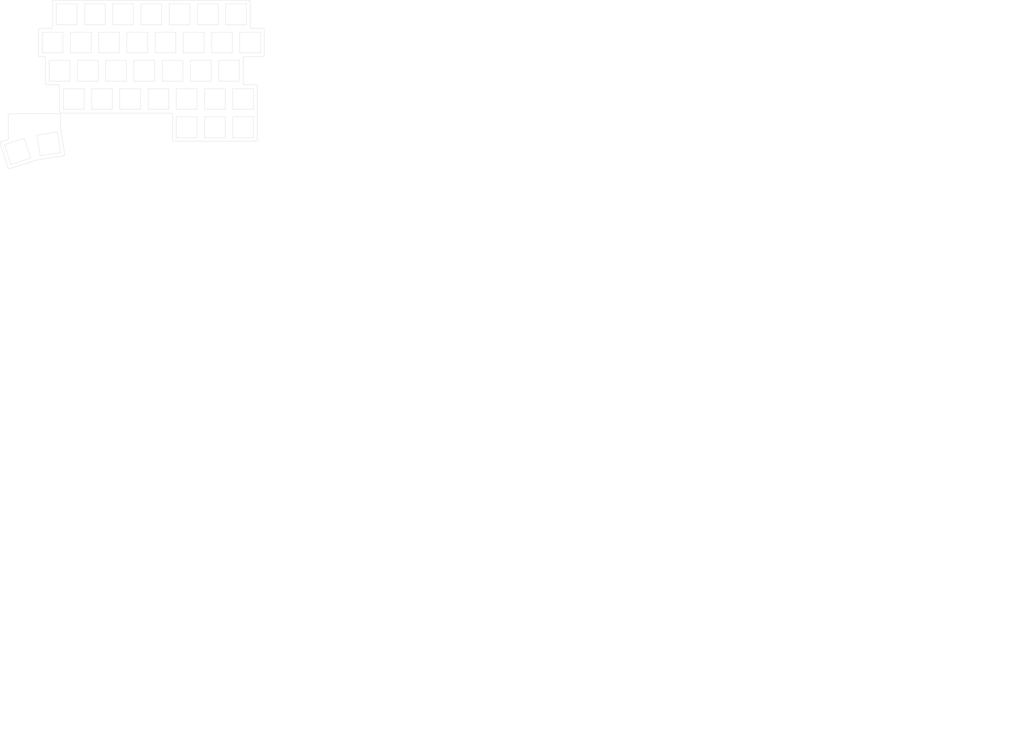
<source format=kicad_pcb>
(kicad_pcb (version 20221018) (generator pcbnew)
  (layers (0 "F.Cu" signal) (31 "B.Cu" signal) (34 "B.Paste" user) (35 "F.Paste" user) (36 "B.SilkS" user "B.Silkscreen") (37 "F.SilkS" user "F.Silkscreen") (38 "B.Mask" user) (39 "F.Mask" user) (44 "Edge.Cuts" user))
  (net 0 "")
  (footprint "MountingHole:MountingHole_2.2mm_M2" (layer "F.Cu") (at 185.73 94.76)
    (fp_text reference "REF**" hide)
    (fp_text value "MountingHole_2.2mm_M2" hide)
    (pad "" np_thru_hole circle locked (at 0 0) (size 2.2 2.2) (drill 2.2) (layers "F&B.Cu" "*.Mask"))
  )
  (footprint "MountingHole:MountingHole_2.2mm_M2" (layer "F.Cu") (at 85.725 57.658)
    (fp_text reference "REF**" hide)
    (fp_text value "MountingHole_2.2mm_M2" hide)
    (pad "" np_thru_hole circle locked (at 0 0) (size 2.2 2.2) (drill 2.2) (layers "F&B.Cu" "*.Mask"))
  )
  (footprint "MountingHole:MountingHole_2.2mm_M2" (layer "F.Cu") (at 147.66 76.68)
    (fp_text reference "REF**" hide)
    (fp_text value "MountingHole_2.2mm_M2" hide)
    (pad "" np_thru_hole circle locked (at 0 0) (size 2.2 2.2) (drill 2.2) (layers "F&B.Cu" "*.Mask"))
  )
  (footprint "MountingHole:MountingHole_2.2mm_M2" (layer "F.Cu") (at 195.25 114.24)
    (fp_text reference "REF**" hide)
    (fp_text value "MountingHole_2.2mm_M2" hide)
    (pad "" np_thru_hole circle locked (at 0 0) (size 2.2 2.2) (drill 2.2) (layers "F&B.Cu" "*.Mask"))
  )
  (footprint "MountingHole:MountingHole_2.2mm_M2" (layer "F.Cu") (at 161.925 57.658)
    (fp_text reference "REF**" hide)
    (fp_text value "MountingHole_2.2mm_M2" hide)
    (pad "" np_thru_hole circle locked (at 0 0) (size 2.2 2.2) (drill 2.2) (layers "F&B.Cu" "*.Mask"))
  )
  (footprint "MountingHole:MountingHole_2.2mm_M2" (layer "F.Cu") (at 200.025 57.6326)
    (fp_text reference "REF**" hide)
    (fp_text value "MountingHole_2.2mm_M2" hide)
    (pad "" np_thru_hole circle locked (at 0 0) (size 2.2 2.2) (drill 2.2) (layers "F&B.Cu" "*.Mask"))
  )
  (footprint "MountingHole:MountingHole_2.2mm_M2" (layer "F.Cu") (at 62.33 134.25)
    (fp_text reference "REF**" hide)
    (fp_text value "MountingHole_2.2mm_M2" hide)
    (pad "" np_thru_hole circle locked (at 0 0) (size 2.2 2.2) (drill 2.2) (layers "F&B.Cu" "*.Mask"))
  )
  (footprint "MountingHole:MountingHole_2.2mm_M2" (layer "F.Cu") (at 123.825 57.658)
    (fp_text reference "REF**" hide)
    (fp_text value "MountingHole_2.2mm_M2" hide)
    (pad "" np_thru_hole circle locked (at 0 0) (size 2.2 2.2) (drill 2.2) (layers "F&B.Cu" "*.Mask"))
  )
  (footprint "MountingHole:MountingHole_2.2mm_M2" (layer "F.Cu") (at 50.8 128.9)
    (fp_text reference "REF**" hide)
    (fp_text value "MountingHole_2.2mm_M2" hide)
    (pad "" np_thru_hole circle locked (at 0 0) (size 2.2 2.2) (drill 2.2) (layers "*.Cu" "*.Mask"))
  )
  (footprint "MountingHole:MountingHole_2.2mm_M2" (layer "F.Cu") (at 67.79 124.49)
    (fp_text reference "REF**" hide)
    (fp_text value "MountingHole_2.2mm_M2" hide)
    (pad "" np_thru_hole circle locked (at 0 0) (size 2.2 2.2) (drill 2.2) (layers "F&B.Cu" "*.Mask"))
  )
  (footprint "MountingHole:MountingHole_2.2mm_M2" (layer "F.Cu") (at 90.4748 94.742)
    (fp_text reference "REF**" hide)
    (fp_text value "MountingHole_2.2mm_M2" hide)
    (pad "" np_thru_hole circle locked (at 0 0) (size 2.2 2.2) (drill 2.2) (layers "F&B.Cu" "*.Mask"))
  )
  (footprint "MountingHole:MountingHole_2.2mm_M2" (layer "F.Cu") (at 729.234 540.8168)
    (fp_text reference "REF**" hide)
    (fp_text value "MountingHole_2.2mm_M2" hide)
    (pad "" np_thru_hole circle (at 0 0) (size 2.2 2.2) (drill 2.2) (layers "F&B.Cu" "*.Mask"))
  )
  (footprint "MountingHole:MountingHole_2.2mm_M2" (layer "F.Cu") (at 176.2 114.3)
    (fp_text reference "REF**" hide)
    (fp_text value "MountingHole_2.2mm_M2" hide)
    (pad "" np_thru_hole circle locked (at 0 0) (size 2.2 2.2) (drill 2.2) (layers "F&B.Cu" "*.Mask"))
  )
  (footprint "MountingHole:MountingHole_2.2mm_M2" (layer "F.Cu") (at 138.1252 95.7326)
    (fp_text reference "REF**" hide)
    (fp_text value "MountingHole_2.2mm_M2" hide)
    (pad "" np_thru_hole circle locked (at 0 0) (size 2.2 2.2) (drill 2.2) (layers "F&B.Cu" "*.Mask"))
  )
  (gr_line (start 83.487001 111.775003) (end 97.487001 111.775003) (stroke (width 0.188976)) (layer "Edge.Cuts"))
  (gr_line (start 183.499994 59.675) (end 183.499994 73.675) (stroke (width 0.188976)) (layer "Edge.Cuts"))
  (gr_line (start 173.687006 130.824998) (end 173.687006 116.824998) (stroke (width 0.188976)) (layer "Edge.Cuts"))
  (gr_line (start 178.450006 59.675) (end 164.450006 59.675) (stroke (width 0.188976)) (layer "Edge.Cuts"))
  (gr_line (start 183.212 78.724999) (end 169.212 78.724999) (stroke (width 0.188976)) (layer "Edge.Cuts"))
  (gr_line (start 204.787 94.24349) (end 204.787 77.193488) (stroke (width 0.2)) (layer "Edge.Cuts"))
  (gr_arc (start 208.549459 38.09353) (mid 209.256582 38.386411) (end 209.5495 39.09353) (stroke (width 0.2)) (layer "Edge.Cuts"))
  (gr_arc (start 213.312 95.243488) (mid 214.019111 95.53638) (end 214.312 96.243488) (stroke (width 0.2)) (layer "Edge.Cuts"))
  (gr_line (start 126.35 59.675) (end 126.35 73.675) (stroke (width 0.188976)) (layer "Edge.Cuts"))
  (gr_line (start 116.536996 111.775003) (end 116.536996 97.775003) (stroke (width 0.188976)) (layer "Edge.Cuts"))
  (gr_line (start 173.687006 111.775003) (end 173.687006 97.775003) (stroke (width 0.188976)) (layer "Edge.Cuts"))
  (gr_line (start 83.199998 73.675) (end 83.199998 59.675) (stroke (width 0.188976)) (layer "Edge.Cuts"))
  (gr_line (start 188.262003 78.724999) (end 188.262003 92.724999) (stroke (width 0.188976)) (layer "Edge.Cuts"))
  (gr_line (start 207.025003 40.625) (end 193.025003 40.625) (stroke (width 0.188976)) (layer "Edge.Cuts"))
  (gr_line (start 48.076 148.930001) (end 61.391 144.602998) (stroke (width 0.188976)) (layer "Edge.Cuts"))
  (gr_line (start 83.552943 143.122904) (end 65.162211 146.03571) (stroke (width 0.2)) (layer "Edge.Cuts"))
  (gr_line (start 65.162211 146.03571) (end 47.408874 151.798889) (stroke (width 0.2)) (layer "Edge.Cuts"))
  (gr_arc (start 214.312 132.349003) (mid 214.019106 133.056108) (end 213.312 133.349003) (stroke (width 0.2)) (layer "Edge.Cuts"))
  (gr_line (start 140.35 59.675) (end 126.35 59.675) (stroke (width 0.188976)) (layer "Edge.Cuts"))
  (gr_line (start 173.687006 97.775003) (end 159.686998 97.775003) (stroke (width 0.188976)) (layer "Edge.Cuts"))
  (gr_line (start 150.161996 78.724999) (end 150.161996 92.724999) (stroke (width 0.188976)) (layer "Edge.Cuts"))
  (gr_line (start 112.061998 92.724999) (end 126.061998 92.724999) (stroke (width 0.188976)) (layer "Edge.Cuts"))
  (gr_line (start 188.262003 92.724999) (end 202.262003 92.724999) (stroke (width 0.188976)) (layer "Edge.Cuts"))
  (gr_line (start 81.560554 124.151009) (end 84.384196 141.978782) (stroke (width 0.2)) (layer "Edge.Cuts"))
  (gr_line (start 88.250002 73.675) (end 102.250002 73.675) (stroke (width 0.188976)) (layer "Edge.Cuts"))
  (gr_line (start 41.522264 133.68092) (end 45.670123 132.333173) (stroke (width 0.2)) (layer "Edge.Cuts"))
  (gr_line (start 130.824998 40.625) (end 116.824998 40.625) (stroke (width 0.188976)) (layer "Edge.Cuts"))
  (gr_line (start 154.637003 111.775003) (end 154.637003 97.775003) (stroke (width 0.188976)) (layer "Edge.Cuts"))
  (gr_line (start 107.299997 73.675) (end 121.299997 73.675) (stroke (width 0.188976)) (layer "Edge.Cuts"))
  (gr_line (start 183.212 92.724999) (end 183.212 78.724999) (stroke (width 0.188976)) (layer "Edge.Cuts"))
  (gr_line (start 159.686998 97.775003) (end 159.686998 111.775003) (stroke (width 0.188976)) (layer "Edge.Cuts"))
  (gr_line (start 219.0745 75.19349) (end 219.0745 58.143489) (stroke (width 0.2)) (layer "Edge.Cuts"))
  (gr_line (start 135.874002 40.625) (end 135.874002 54.624999) (stroke (width 0.188976)) (layer "Edge.Cuts"))
  (gr_line (start 111.775003 54.624999) (end 111.775003 40.625) (stroke (width 0.188976)) (layer "Edge.Cuts"))
  (gr_line (start 107.299997 59.675) (end 107.299997 73.675) (stroke (width 0.188976)) (layer "Edge.Cuts"))
  (gr_line (start 213.312 95.243488) (end 205.787 95.24349) (stroke (width 0.2)) (layer "Edge.Cuts"))
  (gr_line (start 159.686998 130.824998) (end 173.687006 130.824998) (stroke (width 0.188976)) (layer "Edge.Cuts"))
  (gr_line (start 69.199998 59.675) (end 69.199998 73.675) (stroke (width 0.188976)) (layer "Edge.Cuts"))
  (gr_line (start 97.487001 97.775003) (end 83.487001 97.775003) (stroke (width 0.188976)) (layer "Edge.Cuts"))
  (gr_arc (start 156.162 114.299002) (mid 156.869106 114.591895) (end 157.162 115.299002) (stroke (width 0.2)) (layer "Edge.Cuts"))
  (gr_line (start 46.3611 131.382118) (end 46.3611 115.799) (stroke (width 0.2)) (layer "Edge.Cuts"))
  (gr_line (start 154.923997 54.624999) (end 168.924997 54.624999) (stroke (width 0.188976)) (layer "Edge.Cuts"))
  (gr_line (start 135.874002 54.624999) (end 149.874002 54.624999) (stroke (width 0.188976)) (layer "Edge.Cuts"))
  (gr_arc (start 76.200002 39.098958) (mid 76.492896 38.391894) (end 77.199961 38.098958) (stroke (width 0.2)) (layer "Edge.Cuts"))
  (gr_line (start 81.653001 140.868997) (end 79.462999 127.041001) (stroke (width 0.188976)) (layer "Edge.Cuts"))
  (gr_line (start 169.212 92.724999) (end 183.212 92.724999) (stroke (width 0.188976)) (layer "Edge.Cuts"))
  (gr_line (start 67.675003 76.199002) (end 70.437001 76.199001) (stroke (width 0.2)) (layer "Edge.Cuts"))
  (gr_line (start 116.824998 40.625) (end 116.824998 54.624999) (stroke (width 0.188976)) (layer "Edge.Cuts"))
  (gr_line (start 121.299997 73.675) (end 121.299997 59.675) (stroke (width 0.188976)) (layer "Edge.Cuts"))
  (gr_line (start 92.725 54.624999) (end 92.725 40.625) (stroke (width 0.188976)) (layer "Edge.Cuts"))
  (gr_line (start 102.536996 111.775003) (end 116.536996 111.775003) (stroke (width 0.188976)) (layer "Edge.Cuts"))
  (gr_line (start 178.736993 111.775003) (end 192.736993 111.775003) (stroke (width 0.188976)) (layer "Edge.Cuts"))
  (gr_line (start 205.787 76.193488) (end 218.0745 76.19349) (stroke (width 0.2)) (layer "Edge.Cuts"))
  (gr_line (start 83.199998 59.675) (end 69.199998 59.675) (stroke (width 0.188976)) (layer "Edge.Cuts"))
  (gr_arc (start 204.787 77.193488) (mid 205.079897 76.486389) (end 205.787 76.193488) (stroke (width 0.2)) (layer "Edge.Cuts"))
  (gr_line (start 43.75 135.614999) (end 48.076 148.930001) (stroke (width 0.188976)) (layer "Edge.Cuts"))
  (gr_line (start 197.499994 73.675) (end 197.499994 59.675) (stroke (width 0.188976)) (layer "Edge.Cuts"))
  (gr_line (start 102.536996 97.775003) (end 102.536996 111.775003) (stroke (width 0.188976)) (layer "Edge.Cuts"))
  (gr_line (start 169.212 78.724999) (end 169.212 92.724999) (stroke (width 0.188976)) (layer "Edge.Cuts"))
  (gr_line (start 197.786996 116.824998) (end 197.786996 130.824998) (stroke (width 0.188976)) (layer "Edge.Cuts"))
  (gr_line (start 164.161996 92.724999) (end 164.161996 78.724999) (stroke (width 0.188976)) (layer "Edge.Cuts"))
  (gr_arc (start 218.0745 57.143489) (mid 218.781611 57.436382) (end 219.0745 58.143489) (stroke (width 0.2)) (layer "Edge.Cuts"))
  (gr_arc (start 80.560554 114.799) (mid 81.267691 115.091877) (end 81.560554 115.799) (stroke (width 0.2)) (layer "Edge.Cuts"))
  (gr_line (start 193.025003 40.625) (end 193.025003 54.624999) (stroke (width 0.188976)) (layer "Edge.Cuts"))
  (gr_arc (start 72.437002 95.249003) (mid 71.729893 94.956111) (end 71.437002 94.249003) (stroke (width 0.2)) (layer "Edge.Cuts"))
  (gr_line (start 208.549459 38.09353) (end 77.199961 38.098958) (stroke (width 0.2)) (layer "Edge.Cuts"))
  (gr_line (start 107.012003 78.724999) (end 93.011999 78.724999) (stroke (width 0.188976)) (layer "Edge.Cuts"))
  (gr_line (start 202.549997 73.675) (end 216.549997 73.675) (stroke (width 0.188976)) (layer "Edge.Cuts"))
  (gr_line (start 78.725 54.624999) (end 92.725 54.624999) (stroke (width 0.188976)) (layer "Edge.Cuts"))
  (gr_line (start 214.312 132.349003) (end 214.312 96.243488) (stroke (width 0.2)) (layer "Edge.Cuts"))
  (gr_arc (start 84.384196 141.978782) (mid 84.205518 142.722993) (end 83.552943 143.122904) (stroke (width 0.2)) (layer "Edge.Cuts"))
  (gr_line (start 131.112001 78.724999) (end 131.112001 92.724999) (stroke (width 0.188976)) (layer "Edge.Cuts"))
  (gr_line (start 78.725 40.625) (end 78.725 54.624999) (stroke (width 0.188976)) (layer "Edge.Cuts"))
  (gr_line (start 197.499994 59.675) (end 183.499994 59.675) (stroke (width 0.188976)) (layer "Edge.Cuts"))
  (gr_line (start 202.549997 59.675) (end 202.549997 73.675) (stroke (width 0.188976)) (layer "Edge.Cuts"))
  (gr_line (start 173.975 54.624999) (end 187.975 54.624999) (stroke (width 0.188976)) (layer "Edge.Cuts"))
  (gr_arc (start 210.5495 57.143492) (mid 209.842396 56.850598) (end 209.5495 56.143492) (stroke (width 0.2)) (layer "Edge.Cuts"))
  (gr_line (start 81.962001 114.299002) (end 156.162 114.299002) (stroke (width 0.2)) (layer "Edge.Cuts"))
  (gr_line (start 149.874002 40.625) (end 135.874002 40.625) (stroke (width 0.188976)) (layer "Edge.Cuts"))
  (gr_arc (start 158.162 133.349005) (mid 157.454891 133.056112) (end 157.162 132.349005) (stroke (width 0.2)) (layer "Edge.Cuts"))
  (gr_line (start 158.162 133.349005) (end 213.312 133.349003) (stroke (width 0.2)) (layer "Edge.Cuts"))
  (gr_line (start 140.637003 111.775003) (end 154.637003 111.775003) (stroke (width 0.188976)) (layer "Edge.Cuts"))
  (gr_arc (start 67.675003 76.199002) (mid 66.967894 75.90611) (end 66.675002 75.199002) (stroke (width 0.2)) (layer "Edge.Cuts"))
  (gr_line (start 47.3611 114.799) (end 80.560554 114.799) (stroke (width 0.2)) (layer "Edge.Cuts"))
  (gr_line (start 76.200002 39.098958) (end 76.200001 56.149) (stroke (width 0.2)) (layer "Edge.Cuts"))
  (gr_line (start 135.587 97.775003) (end 121.587 97.775003) (stroke (width 0.188976)) (layer "Edge.Cuts"))
  (gr_line (start 126.061998 92.724999) (end 126.061998 78.724999) (stroke (width 0.188976)) (layer "Edge.Cuts"))
  (gr_line (start 202.262003 78.724999) (end 188.262003 78.724999) (stroke (width 0.188976)) (layer "Edge.Cuts"))
  (gr_line (start 102.250002 59.675) (end 88.250002 59.675) (stroke (width 0.188976)) (layer "Edge.Cuts"))
  (gr_line (start 145.400003 73.675) (end 159.400003 73.675) (stroke (width 0.188976)) (layer "Edge.Cuts"))
  (gr_line (start 197.786996 111.775003) (end 211.786996 111.775003) (stroke (width 0.188976)) (layer "Edge.Cuts"))
  (gr_line (start 87.962 78.724999) (end 73.962 78.724999) (stroke (width 0.188976)) (layer "Edge.Cuts"))
  (gr_arc (start 46.3611 115.799) (mid 46.653993 115.091893) (end 47.3611 114.799) (stroke (width 0.2)) (layer "Edge.Cuts"))
  (gr_line (start 211.786996 130.824998) (end 211.786996 116.824998) (stroke (width 0.188976)) (layer "Edge.Cuts"))
  (gr_line (start 145.112001 78.724999) (end 131.112001 78.724999) (stroke (width 0.188976)) (layer "Edge.Cuts"))
  (gr_line (start 164.450006 73.675) (end 178.450006 73.675) (stroke (width 0.188976)) (layer "Edge.Cuts"))
  (gr_line (start 69.199998 73.675) (end 83.199998 73.675) (stroke (width 0.188976)) (layer "Edge.Cuts"))
  (gr_line (start 111.775003 40.625) (end 97.775003 40.625) (stroke (width 0.188976)) (layer "Edge.Cuts"))
  (gr_line (start 65.634 129.231004) (end 67.824998 143.058999) (stroke (width 0.188976)) (layer "Edge.Cuts"))
  (gr_line (start 178.736993 130.824998) (end 192.736993 130.824998) (stroke (width 0.188976)) (layer "Edge.Cuts"))
  (gr_line (start 97.775003 54.624999) (end 111.775003 54.624999) (stroke (width 0.188976)) (layer "Edge.Cuts"))
  (gr_line (start 218.0745 57.143489) (end 210.5495 57.143492) (stroke (width 0.2)) (layer "Edge.Cuts"))
  (gr_line (start 116.536996 97.775003) (end 102.536996 97.775003) (stroke (width 0.188976)) (layer "Edge.Cuts"))
  (gr_line (start 209.5495 56.143492) (end 209.5495 39.09353) (stroke (width 0.2)) (layer "Edge.Cuts"))
  (gr_line (start 81.560554 115.799) (end 81.560554 124.151009) (stroke (width 0.2)) (layer "Edge.Cuts"))
  (gr_line (start 80.962001 96.248999) (end 80.962001 113.299002) (stroke (width 0.2)) (layer "Edge.Cuts"))
  (gr_line (start 67.824998 143.058999) (end 81.653001 140.868997) (stroke (width 0.188976)) (layer "Edge.Cuts"))
  (gr_line (start 71.437002 77.199001) (end 71.437002 94.249003) (stroke (width 0.2)) (layer "Edge.Cuts"))
  (gr_line (start 88.250002 59.675) (end 88.250002 73.675) (stroke (width 0.188976)) (layer "Edge.Cuts"))
  (gr_line (start 93.011999 78.724999) (end 93.011999 92.724999) (stroke (width 0.188976)) (layer "Edge.Cuts"))
  (gr_arc (start 46.3611 131.382118) (mid 46.170112 131.969892) (end 45.670123 132.333173) (stroke (width 0.2)) (layer "Edge.Cuts"))
  (gr_arc (start 70.437001 76.199001) (mid 71.144107 76.491895) (end 71.437002 77.199001) (stroke (width 0.2)) (layer "Edge.Cuts"))
  (gr_arc (start 219.0745 75.19349) (mid 218.78161 75.900603) (end 218.0745 76.19349) (stroke (width 0.2)) (layer "Edge.Cuts"))
  (gr_line (start 79.462999 127.041001) (end 65.634 129.231004) (stroke (width 0.188976)) (layer "Edge.Cuts"))
  (gr_line (start 183.499994 73.675) (end 197.499994 73.675) (stroke (width 0.188976)) (layer "Edge.Cuts"))
  (gr_line (start 159.686998 111.775003) (end 173.687006 111.775003) (stroke (width 0.188976)) (layer "Edge.Cuts"))
  (gr_line (start 192.736993 116.824998) (end 178.736993 116.824998) (stroke (width 0.188976)) (layer "Edge.Cuts"))
  (gr_line (start 66.675002 58.149) (end 66.675002 75.199002) (stroke (width 0.2)) (layer "Edge.Cuts"))
  (gr_line (start 73.962 78.724999) (end 73.962 92.724999) (stroke (width 0.188976)) (layer "Edge.Cuts"))
  (gr_line (start 73.962 92.724999) (end 87.962 92.724999) (stroke (width 0.188976)) (layer "Edge.Cuts"))
  (gr_line (start 168.924997 40.625) (end 154.923997 40.625) (stroke (width 0.188976)) (layer "Edge.Cuts"))
  (gr_line (start 102.250002 73.675) (end 102.250002 59.675) (stroke (width 0.188976)) (layer "Edge.Cuts"))
  (gr_arc (start 47.408874 151.798889) (mid 46.645988 151.738702) (end 46.149054 151.156767) (stroke (width 0.2)) (layer "Edge.Cuts"))
  (gr_line (start 207.025003 54.624999) (end 207.025003 40.625) (stroke (width 0.188976)) (layer "Edge.Cuts"))
  (gr_line (start 211.786996 116.824998) (end 197.786996 116.824998) (stroke (width 0.188976)) (layer "Edge.Cuts"))
  (gr_line (start 145.112001 92.724999) (end 145.112001 78.724999) (stroke (width 0.188976)) (layer "Edge.Cuts"))
  (gr_line (start 192.736993 130.824998) (end 192.736993 116.824998) (stroke (width 0.188976)) (layer "Edge.Cuts"))
  (gr_arc (start 79.962001 95.248999) (mid 80.669107 95.541893) (end 80.962001 96.248999) (stroke (width 0.2)) (layer "Edge.Cuts"))
  (gr_line (start 140.35 73.675) (end 140.35 59.675) (stroke (width 0.188976)) (layer "Edge.Cuts"))
  (gr_line (start 154.637003 97.775003) (end 140.637003 97.775003) (stroke (width 0.188976)) (layer "Edge.Cuts"))
  (gr_line (start 97.775003 40.625) (end 97.775003 54.624999) (stroke (width 0.188976)) (layer "Edge.Cuts"))
  (gr_line (start 173.687006 116.824998) (end 159.686998 116.824998) (stroke (width 0.188976)) (layer "Edge.Cuts"))
  (gr_line (start 57.065 131.289002) (end 43.75 135.614999) (stroke (width 0.188976)) (layer "Edge.Cuts"))
  (gr_line (start 121.587 111.775003) (end 135.587 111.775003) (stroke (width 0.188976)) (layer "Edge.Cuts"))
  (gr_line (start 46.149054 151.156767) (end 40.88023 134.940992) (stroke (width 0.2)) (layer "Edge.Cuts"))
  (gr_line (start 130.824998 54.624999) (end 130.824998 40.625) (stroke (width 0.188976)) (layer "Edge.Cuts"))
  (gr_line (start 75.200001 57.149) (end 67.675002 57.149) (stroke (width 0.2)) (layer "Edge.Cuts"))
  (gr_line (start 116.824998 54.624999) (end 130.824998 54.624999) (stroke (width 0.188976)) (layer "Edge.Cuts"))
  (gr_arc (start 66.675002 58.149) (mid 66.967895 57.441894) (end 67.675002 57.149) (stroke (width 0.2)) (layer "Edge.Cuts"))
  (gr_line (start 178.736993 116.824998) (end 178.736993 130.824998) (stroke (width 0.188976)) (layer "Edge.Cuts"))
  (gr_line (start 159.400003 73.675) (end 159.400003 59.675) (stroke (width 0.188976)) (layer "Edge.Cuts"))
  (gr_line (start 92.725 40.625) (end 78.725 40.625) (stroke (width 0.188976)) (layer "Edge.Cuts"))
  (gr_line (start 87.962 92.724999) (end 87.962 78.724999) (stroke (width 0.188976)) (layer "Edge.Cuts"))
  (gr_line (start 145.400003 59.675) (end 145.400003 73.675) (stroke (width 0.188976)) (layer "Edge.Cuts"))
  (gr_arc (start 81.962001 114.299002) (mid 81.254893 114.006109) (end 80.962001 113.299002) (stroke (width 0.2)) (layer "Edge.Cuts"))
  (gr_line (start 187.975 40.625) (end 173.975 40.625) (stroke (width 0.188976)) (layer "Edge.Cuts"))
  (gr_line (start 159.686998 116.824998) (end 159.686998 130.824998) (stroke (width 0.188976)) (layer "Edge.Cuts"))
  (gr_line (start 121.587 97.775003) (end 121.587 111.775003) (stroke (width 0.188976)) (layer "Edge.Cuts"))
  (gr_line (start 157.162 115.299002) (end 157.162 132.349005) (stroke (width 0.2)) (layer "Edge.Cuts"))
  (gr_line (start 121.299997 59.675) (end 107.299997 59.675) (stroke (width 0.188976)) (layer "Edge.Cuts"))
  (gr_arc (start 205.787 95.24349) (mid 205.079897 94.950596) (end 204.787 94.24349) (stroke (width 0.2)) (layer "Edge.Cuts"))
  (gr_line (start 61.391 144.602998) (end 57.065 131.289002) (stroke (width 0.188976)) (layer "Edge.Cuts"))
  (gr_line (start 126.35 73.675) (end 140.35 73.675) (stroke (width 0.188976)) (layer "Edge.Cuts"))
  (gr_line (start 107.012003 92.724999) (end 107.012003 78.724999) (stroke (width 0.188976)) (layer "Edge.Cuts"))
  (gr_line (start 192.736993 97.775003) (end 178.736993 97.775003) (stroke (width 0.188976)) (layer "Edge.Cuts"))
  (gr_line (start 149.874002 54.624999) (end 149.874002 40.625) (stroke (width 0.188976)) (layer "Edge.Cuts"))
  (gr_line (start 97.487001 111.775003) (end 97.487001 97.775003) (stroke (width 0.188976)) (layer "Edge.Cuts"))
  (gr_line (start 131.112001 92.724999) (end 145.112001 92.724999) (stroke (width 0.188976)) (layer "Edge.Cuts"))
  (gr_line (start 193.025003 54.624999) (end 207.025003 54.624999) (stroke (width 0.188976)) (layer "Edge.Cuts"))
  (gr_line (start 154.923997 40.625) (end 154.923997 54.624999) (stroke (width 0.188976)) (layer "Edge.Cuts"))
  (gr_line (start 150.161996 92.724999) (end 164.161996 92.724999) (stroke (width 0.188976)) (layer "Edge.Cuts"))
  (gr_line (start 112.061998 78.724999) (end 112.061998 92.724999) (stroke (width 0.188976)) (layer "Edge.Cuts"))
  (gr_line (start 159.400003 59.675) (end 145.400003 59.675) (stroke (width 0.188976)) (layer "Edge.Cuts"))
  (gr_line (start 168.924997 54.624999) (end 168.924997 40.625) (stroke (width 0.188976)) (layer "Edge.Cuts"))
  (gr_arc (start 40.88023 134.940992) (mid 40.940293 134.178) (end 41.522264 133.68092) (stroke (width 0.2)) (layer "Edge.Cuts"))
  (gr_line (start 72.437002 95.249003) (end 79.962001 95.248999) (stroke (width 0.2)) (layer "Edge.Cuts"))
  (gr_line (start 216.549997 59.675) (end 202.549997 59.675) (stroke (width 0.188976)) (layer "Edge.Cuts"))
  (gr_line (start 140.637003 97.775003) (end 140.637003 111.775003) (stroke (width 0.188976)) (layer "Edge.Cuts"))
  (gr_line (start 164.161996 78.724999) (end 150.161996 78.724999) (stroke (width 0.188976)) (layer "Edge.Cuts"))
  (gr_line (start 178.736993 97.775003) (end 178.736993 111.775003) (stroke (width 0.188976)) (layer "Edge.Cuts"))
  (gr_line (start 192.736993 111.775003) (end 192.736993 97.775003) (stroke (width 0.188976)) (layer "Edge.Cuts"))
  (gr_line (start 202.262003 92.724999) (end 202.262003 78.724999) (stroke (width 0.188976)) (layer "Edge.Cuts"))
  (gr_line (start 211.786996 97.775003) (end 197.786996 97.775003) (stroke (width 0.188976)) (layer "Edge.Cuts"))
  (gr_line (start 187.975 54.624999) (end 187.975 40.625) (stroke (width 0.188976)) (layer "Edge.Cuts"))
  (gr_line (start 211.786996 111.775003) (end 211.786996 97.775003) (stroke (width 0.188976)) (layer "Edge.Cuts"))
  (gr_line (start 83.487001 97.775003) (end 83.487001 111.775003) (stroke (width 0.188976)) (layer "Edge.Cuts"))
  (gr_arc (start 76.200001 56.149) (mid 75.907108 56.856107) (end 75.200001 57.149) (stroke (width 0.2)) (layer "Edge.Cuts"))
  (gr_line (start 164.450006 59.675) (end 164.450006 73.675) (stroke (width 0.188976)) (layer "Edge.Cuts"))
  (gr_line (start 135.587 111.775003) (end 135.587 97.775003) (stroke (width 0.188976)) (layer "Edge.Cuts"))
  (gr_line (start 178.450006 73.675) (end 178.450006 59.675) (stroke (width 0.188976)) (layer "Edge.Cuts"))
  (gr_line (start 93.011999 92.724999) (end 107.012003 92.724999) (stroke (width 0.188976)) (layer "Edge.Cuts"))
  (gr_line (start 216.549997 73.675) (end 216.549997 59.675) (stroke (width 0.188976)) (layer "Edge.Cuts"))
  (gr_line (start 197.786996 97.775003) (end 197.786996 111.775003) (stroke (width 0.188976)) (layer "Edge.Cuts"))
  (gr_line (start 197.786996 130.824998) (end 211.786996 130.824998) (stroke (width 0.188976)) (layer "Edge.Cuts"))
  (gr_line (start 126.061998 78.724999) (end 112.061998 78.724999) (stroke (width 0.188976)) (layer "Edge.Cuts"))
  (gr_line (start 173.975 40.625) (end 173.975 54.624999) (stroke (width 0.188976)) (layer "Edge.Cuts"))
)
</source>
